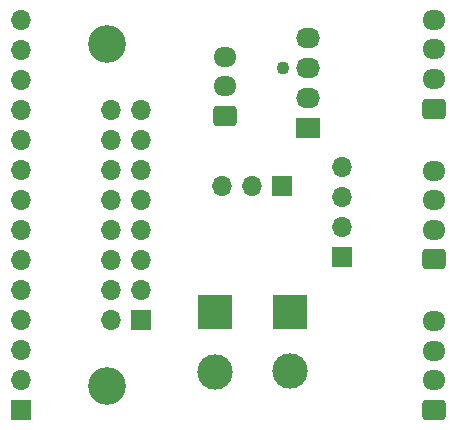
<source format=gbr>
%TF.GenerationSoftware,KiCad,Pcbnew,8.0.1*%
%TF.CreationDate,2024-09-10T00:04:25-04:00*%
%TF.ProjectId,SmartLED_Shield_Breakout,536d6172-744c-4454-945f-536869656c64,1.1*%
%TF.SameCoordinates,Original*%
%TF.FileFunction,Soldermask,Bot*%
%TF.FilePolarity,Negative*%
%FSLAX46Y46*%
G04 Gerber Fmt 4.6, Leading zero omitted, Abs format (unit mm)*
G04 Created by KiCad (PCBNEW 8.0.1) date 2024-09-10 00:04:25*
%MOMM*%
%LPD*%
G01*
G04 APERTURE LIST*
G04 Aperture macros list*
%AMRoundRect*
0 Rectangle with rounded corners*
0 $1 Rounding radius*
0 $2 $3 $4 $5 $6 $7 $8 $9 X,Y pos of 4 corners*
0 Add a 4 corners polygon primitive as box body*
4,1,4,$2,$3,$4,$5,$6,$7,$8,$9,$2,$3,0*
0 Add four circle primitives for the rounded corners*
1,1,$1+$1,$2,$3*
1,1,$1+$1,$4,$5*
1,1,$1+$1,$6,$7*
1,1,$1+$1,$8,$9*
0 Add four rect primitives between the rounded corners*
20,1,$1+$1,$2,$3,$4,$5,0*
20,1,$1+$1,$4,$5,$6,$7,0*
20,1,$1+$1,$6,$7,$8,$9,0*
20,1,$1+$1,$8,$9,$2,$3,0*%
G04 Aperture macros list end*
%ADD10O,2.030000X1.730000*%
%ADD11R,2.030000X1.730000*%
%ADD12C,1.100000*%
%ADD13R,1.700000X1.700000*%
%ADD14O,1.700000X1.700000*%
%ADD15O,1.950000X1.700000*%
%ADD16RoundRect,0.250000X0.725000X-0.600000X0.725000X0.600000X-0.725000X0.600000X-0.725000X-0.600000X0*%
%ADD17C,3.200000*%
%ADD18R,3.000000X3.000000*%
%ADD19C,3.000000*%
G04 APERTURE END LIST*
D10*
%TO.C,J1*%
X149338000Y-93504000D03*
X149338000Y-96044000D03*
X149338000Y-98584000D03*
D11*
X149338000Y-101124000D03*
D12*
X147178000Y-96044000D03*
%TD*%
D13*
%TO.C,J4*%
X147083000Y-106096000D03*
D14*
X144543000Y-106096000D03*
X142003000Y-106096000D03*
%TD*%
D15*
%TO.C,J2*%
X142255000Y-95108000D03*
X142255000Y-97608000D03*
D16*
X142255000Y-100108000D03*
%TD*%
D13*
%TO.C,P1*%
X135160000Y-117380000D03*
D14*
X132620000Y-117380000D03*
X135160000Y-114840000D03*
X132620000Y-114840000D03*
X135160000Y-112300000D03*
X132620000Y-112300000D03*
X135160000Y-109760000D03*
X132620000Y-109760000D03*
X135160000Y-107220000D03*
X132620000Y-107220000D03*
X135160000Y-104680000D03*
X132620000Y-104680000D03*
X135160000Y-102140000D03*
X132620000Y-102140000D03*
X135160000Y-99600000D03*
X132620000Y-99600000D03*
%TD*%
D16*
%TO.C,I2C1*%
X160000000Y-99500000D03*
D15*
X160000000Y-97000000D03*
X160000000Y-94500000D03*
X160000000Y-92000000D03*
%TD*%
D16*
%TO.C,I2C3*%
X160000000Y-125000000D03*
D15*
X160000000Y-122500000D03*
X160000000Y-120000000D03*
X160000000Y-117500000D03*
%TD*%
D13*
%TO.C,T1*%
X125000000Y-125000000D03*
D14*
X125000000Y-122460000D03*
X125000000Y-119920000D03*
X125000000Y-117380000D03*
X125000000Y-114840000D03*
X125000000Y-112300000D03*
X125000000Y-109760000D03*
X125000000Y-107220000D03*
X125000000Y-104680000D03*
X125000000Y-102140000D03*
X125000000Y-99600000D03*
X125000000Y-97060000D03*
X125000000Y-94520000D03*
X125000000Y-91980000D03*
%TD*%
D17*
%TO.C,H1*%
X132250000Y-94000000D03*
%TD*%
D18*
%TO.C,LEDPWR1*%
X141398000Y-116766000D03*
D19*
X141398000Y-121766000D03*
%TD*%
D16*
%TO.C,I2C2*%
X160000000Y-112250000D03*
D15*
X160000000Y-109750000D03*
X160000000Y-107250000D03*
X160000000Y-104750000D03*
%TD*%
D14*
%TO.C,B1*%
X152178000Y-104426000D03*
X152178000Y-106966000D03*
X152178000Y-109506000D03*
D13*
X152178000Y-112046000D03*
%TD*%
D17*
%TO.C,H2*%
X132250000Y-123000000D03*
%TD*%
D18*
%TO.C,BCKPWR1*%
X147750000Y-116750000D03*
D19*
X147750000Y-121750000D03*
%TD*%
M02*

</source>
